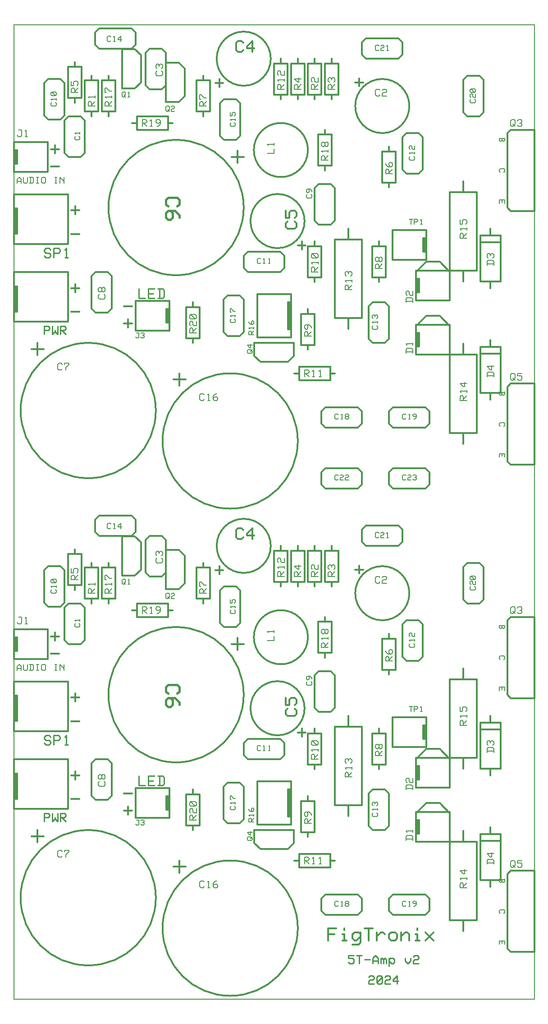
<source format=gto>
G04*
G04 Format:               Gerber RS-274X*
G04 Layer:                TopSilkscreen*
G04 This File Name:       5 T-Amp - Stereo.gto*
G04 Source File Name:     5 T-Amp - Stereo.pcb*
G04 Unique ID:            d56d88e7-26f9-4dda-b3b1-e3405f52b982*
G04 Generated Date:       Sunday, 02 June 2024 19:37:13*
G04*
G04 Created Using:        Robot Room Copper Connection v2.7.5443*
G04 Software Contact:     http://www.robotroom.com/CopperConnection/Support.aspx*
G04 License Number:       1685*
G04 Student Edition:      true*
G04*
G04 Zero Suppression:     Leading*
G04 Number Precision:     2.4*
G04*
%FSLAX24Y24*%
%MOIN*%
%LNTopSilkscreen*%
%ADD10C,.006*%
%ADD11C,.0062*%
%ADD12C,.0071*%
%ADD13C,.0079*%
%ADD14C,.0094*%
%ADD15C,.0109*%
%ADD16C,.012*%
%ADD17C,.0126*%
%ADD18C,.0141*%
%ADD19C,.0156*%
%ADD20C,.056*%
%ADD21C,.075*%
%ADD22C,.08*%
%ADD23C,.1*%
%ADD24C,.13*%
%ADD25C,.14*%
%ADD26C,.15*%
%ADD27R,.006X.006*%
%ADD28R,.075X.075*%
%ADD29R,.08X.08*%
%ADD30R,.13X.13*%
%ADD31R,.14X.14*%
%ADD32R,.15X.15*%
%ADD33R,.25X.25*%
D10*
G01X36300Y44900D02*
Y44709D01*
X36236Y44645D01*
X36173D01*
X36109Y44709D01*
Y44836D01*
Y44709D02*
X36045Y44645D01*
X35981D01*
X35918Y44709D01*
Y44900D01*
X36300Y44836D02*
X35918D01*
X35981Y42350D02*
X35918Y42414D01*
Y42541D01*
X35981Y42605D01*
X36236D01*
X36300Y42541D01*
Y42414D01*
X36236Y42350D01*
X35918Y40055D02*
Y40310D01*
X36109D01*
X36300D01*
Y40055D01*
X36109Y40310D02*
Y40119D01*
X36300Y63650D02*
Y63459D01*
X36236Y63395D01*
X36173D01*
X36109Y63459D01*
Y63586D01*
Y63459D02*
X36045Y63395D01*
X35981D01*
X35918Y63459D01*
Y63650D01*
X36300Y63586D02*
X35918D01*
X35981Y61100D02*
X35918Y61164D01*
Y61291D01*
X35981Y61355D01*
X36236D01*
X36300Y61291D01*
Y61164D01*
X36236Y61100D01*
X35918Y58805D02*
Y59060D01*
X36109D01*
X36300D01*
Y58805D01*
X36109Y59060D02*
Y58869D01*
X36300Y8900D02*
Y8709D01*
X36236Y8645D01*
X36173D01*
X36109Y8709D01*
Y8836D01*
Y8709D02*
X36045Y8645D01*
X35981D01*
X35918Y8709D01*
Y8900D01*
X36300Y8836D02*
X35918D01*
X35981Y6350D02*
X35918Y6414D01*
Y6541D01*
X35981Y6605D01*
X36236D01*
X36300Y6541D01*
Y6414D01*
X36236Y6350D01*
X35918Y4055D02*
Y4310D01*
X36109D01*
X36300D01*
Y4055D01*
X36109Y4310D02*
Y4119D01*
X36300Y27650D02*
Y27459D01*
X36236Y27395D01*
X36173D01*
X36109Y27459D01*
Y27586D01*
Y27459D02*
X36045Y27395D01*
X35981D01*
X35918Y27459D01*
Y27650D01*
X36300Y27586D02*
X35918D01*
X35981Y25100D02*
X35918Y25164D01*
Y25291D01*
X35981Y25355D01*
X36236D01*
X36300Y25291D01*
Y25164D01*
X36236Y25100D01*
X35918Y22805D02*
Y23060D01*
X36109D01*
X36300D01*
Y22805D01*
X36109Y23060D02*
Y22869D01*
X17370Y49100D02*
X17752D01*
X17370D02*
Y49291D01*
X17434Y49355D01*
X17497D01*
X17561Y49291D01*
Y49100D01*
Y49164D02*
X17752Y49355D01*
X17434Y49546D02*
X17370Y49610D01*
X17752D01*
Y49546D02*
Y49674D01*
X17625Y49865D02*
X17561Y49929D01*
Y50056D01*
X17625Y50120D01*
X17689D01*
X17752Y50056D01*
Y49929D01*
X17689Y49865D01*
X17625D01*
X17497D01*
X17370Y49992D01*
Y50056D01*
X4819Y63755D02*
X4883Y63691D01*
Y63564D01*
X4819Y63500D01*
X4564D01*
X4500Y63564D01*
Y63691D01*
X4564Y63755D01*
Y63946D02*
X4500Y64010D01*
X4883D01*
Y63946D02*
Y64074D01*
X3069Y66255D02*
X3132Y66191D01*
Y66064D01*
X3069Y66000D01*
X2814D01*
X2750Y66064D01*
Y66191D01*
X2814Y66255D01*
Y66446D02*
X2750Y66510D01*
X3132D01*
Y66446D02*
Y66574D01*
X3069Y66765D02*
X2814D01*
X2750Y66829D01*
Y66956D01*
X2814Y67020D01*
X3069D01*
X3132Y66956D01*
Y66829D01*
X3069Y66765D01*
X2814Y67020D02*
X3069Y66765D01*
X18255Y54431D02*
X18191Y54367D01*
X18064D01*
X18000Y54431D01*
Y54686D01*
X18064Y54750D01*
X18191D01*
X18255Y54686D01*
X18446D02*
X18510Y54750D01*
Y54367D01*
X18446D02*
X18574D01*
X18829Y54686D02*
X18892Y54750D01*
Y54367D01*
X18829D02*
X18956D01*
X16319Y64755D02*
X16383Y64691D01*
Y64564D01*
X16319Y64500D01*
X16064D01*
X16000Y64564D01*
Y64691D01*
X16064Y64755D01*
Y64946D02*
X16000Y65010D01*
X16383D01*
Y64946D02*
Y65074D01*
X16128Y65265D02*
X16000D01*
Y65520D01*
X16128Y65265D02*
Y65456D01*
X16191Y65520D01*
X16319D01*
X16383Y65456D01*
Y65329D01*
X16319Y65265D01*
X29240Y57640D02*
X29495D01*
X29368D02*
Y57258D01*
X29623Y57640D02*
Y57258D01*
Y57640D02*
X29814D01*
X29878Y57576D01*
Y57512D01*
X29814Y57449D01*
X29623D01*
X30069Y57576D02*
X30133Y57640D01*
Y57258D01*
X30069D02*
X30196D01*
X17579Y47750D02*
X17387D01*
X17324D01*
X17260Y47814D01*
Y47941D01*
X17324Y48005D01*
X17515D01*
X17642Y47877D01*
Y47814D01*
X17579Y47750D01*
X17515Y47877D02*
X17642Y48005D01*
X17515Y48387D02*
Y48132D01*
X17451D01*
X17260Y48324D01*
X17642D01*
X16319Y50255D02*
X16383Y50191D01*
Y50064D01*
X16319Y50000D01*
X16064D01*
X16000Y50064D01*
Y50191D01*
X16064Y50255D01*
Y50446D02*
X16000Y50510D01*
X16383D01*
Y50446D02*
Y50574D01*
X16064Y50765D02*
X16000D01*
Y51020D01*
X16064D01*
X16255Y50829D01*
X16383D01*
X24005Y42931D02*
X23941Y42868D01*
X23814D01*
X23750Y42931D01*
Y43186D01*
X23814Y43250D01*
X23941D01*
X24005Y43186D01*
X24196D02*
X24260Y43250D01*
Y42868D01*
X24196D02*
X24324D01*
X24579Y43059D02*
X24515Y43123D01*
Y43186D01*
X24579Y43250D01*
X24706D01*
X24770Y43186D01*
Y43123D01*
X24706Y43059D01*
X24579D01*
X24706D02*
X24770Y42995D01*
Y42931D01*
X24706Y42868D01*
X24579D01*
X24515Y42931D01*
Y42995D01*
X24579Y43059D01*
X29005Y42931D02*
X28941Y42868D01*
X28814D01*
X28750Y42931D01*
Y43186D01*
X28814Y43250D01*
X28941D01*
X29005Y43186D01*
X29196D02*
X29260Y43250D01*
Y42868D01*
X29196D02*
X29324D01*
X29770Y43123D02*
X29706Y43059D01*
X29579D01*
X29515Y43123D01*
Y43186D01*
X29579Y43250D01*
X29706D01*
X29770Y43186D01*
Y42995D01*
X29642Y42868D01*
X29579D01*
X34069Y66505D02*
X34132Y66441D01*
Y66314D01*
X34069Y66250D01*
X33814D01*
X33750Y66314D01*
Y66441D01*
X33814Y66505D01*
Y66633D02*
X33750Y66696D01*
Y66824D01*
X33814Y66887D01*
X33877D01*
X33941Y66824D01*
Y66696D01*
X34005Y66633D01*
X34132D01*
Y66887D01*
X34069Y67015D02*
X33814D01*
X33750Y67079D01*
Y67206D01*
X33814Y67270D01*
X34069D01*
X34132Y67206D01*
Y67079D01*
X34069Y67015D01*
X33814Y67270D02*
X34069Y67015D01*
X27005Y70181D02*
X26941Y70118D01*
X26814D01*
X26750Y70181D01*
Y70436D01*
X26814Y70500D01*
X26941D01*
X27005Y70436D01*
X27132D02*
X27196Y70500D01*
X27324D01*
X27387Y70436D01*
Y70373D01*
X27324Y70309D01*
X27196D01*
X27132Y70245D01*
Y70118D01*
X27387D01*
X27579Y70436D02*
X27642Y70500D01*
Y70118D01*
X27579D02*
X27706D01*
X9064Y49250D02*
X9255D01*
Y48931D01*
X9191Y48868D01*
X9064D01*
X9000Y48931D01*
X9382Y49186D02*
X9446Y49250D01*
X9574D01*
X9637Y49186D01*
Y49123D01*
X9574Y49059D01*
X9510D01*
X9574D02*
X9637Y48995D01*
Y48931D01*
X9574Y48868D01*
X9446D01*
X9382Y48931D01*
X17370Y13100D02*
X17752D01*
X17370D02*
Y13291D01*
X17434Y13355D01*
X17497D01*
X17561Y13291D01*
Y13100D01*
Y13164D02*
X17752Y13355D01*
X17434Y13546D02*
X17370Y13610D01*
X17752D01*
Y13546D02*
Y13674D01*
X17625Y13865D02*
X17561Y13929D01*
Y14056D01*
X17625Y14120D01*
X17689D01*
X17752Y14056D01*
Y13929D01*
X17689Y13865D01*
X17625D01*
X17497D01*
X17370Y13992D01*
Y14056D01*
X8000Y66731D02*
Y66923D01*
Y66986D01*
X8064Y67050D01*
X8191D01*
X8255Y66986D01*
Y66795D01*
X8128Y66667D01*
X8064D01*
X8000Y66731D01*
X8128Y66795D02*
X8255Y66667D01*
X8446Y66986D02*
X8510Y67050D01*
Y66667D01*
X8446D02*
X8574D01*
X11250Y65681D02*
Y65873D01*
Y65936D01*
X11314Y66000D01*
X11441D01*
X11505Y65936D01*
Y65745D01*
X11377Y65618D01*
X11314D01*
X11250Y65681D01*
X11377Y65745D02*
X11505Y65618D01*
X11632Y65936D02*
X11696Y66000D01*
X11824D01*
X11887Y65936D01*
Y65873D01*
X11824Y65809D01*
X11696D01*
X11632Y65745D01*
Y65618D01*
X11887D01*
X17579Y11750D02*
X17387D01*
X17324D01*
X17260Y11814D01*
Y11941D01*
X17324Y12005D01*
X17515D01*
X17642Y11877D01*
Y11814D01*
X17579Y11750D01*
X17515Y11877D02*
X17642Y12005D01*
X17515Y12387D02*
Y12132D01*
X17451D01*
X17260Y12324D01*
X17642D01*
X4819Y27755D02*
X4883Y27691D01*
Y27564D01*
X4819Y27500D01*
X4564D01*
X4500Y27564D01*
Y27691D01*
X4564Y27755D01*
Y27946D02*
X4500Y28010D01*
X4883D01*
Y27946D02*
Y28074D01*
X3069Y30255D02*
X3132Y30191D01*
Y30064D01*
X3069Y30000D01*
X2814D01*
X2750Y30064D01*
Y30191D01*
X2814Y30255D01*
Y30446D02*
X2750Y30510D01*
X3132D01*
Y30446D02*
Y30574D01*
X3069Y30765D02*
X2814D01*
X2750Y30829D01*
Y30956D01*
X2814Y31020D01*
X3069D01*
X3132Y30956D01*
Y30829D01*
X3069Y30765D01*
X2814Y31020D02*
X3069Y30765D01*
X18255Y18431D02*
X18191Y18367D01*
X18064D01*
X18000Y18431D01*
Y18686D01*
X18064Y18750D01*
X18191D01*
X18255Y18686D01*
X18446D02*
X18510Y18750D01*
Y18367D01*
X18446D02*
X18574D01*
X18829Y18686D02*
X18892Y18750D01*
Y18367D01*
X18829D02*
X18956D01*
X16319Y28755D02*
X16383Y28691D01*
Y28564D01*
X16319Y28500D01*
X16064D01*
X16000Y28564D01*
Y28691D01*
X16064Y28755D01*
Y28946D02*
X16000Y29010D01*
X16383D01*
Y28946D02*
Y29074D01*
X16128Y29265D02*
X16000D01*
Y29520D01*
X16128Y29265D02*
Y29456D01*
X16191Y29520D01*
X16319D01*
X16383Y29456D01*
Y29329D01*
X16319Y29265D01*
X29240Y21640D02*
X29495D01*
X29368D02*
Y21258D01*
X29623Y21640D02*
Y21258D01*
Y21640D02*
X29814D01*
X29878Y21576D01*
Y21513D01*
X29814Y21449D01*
X29623D01*
X30069Y21576D02*
X30133Y21640D01*
Y21258D01*
X30069D02*
X30196D01*
X8000Y30731D02*
Y30923D01*
Y30986D01*
X8064Y31050D01*
X8191D01*
X8255Y30986D01*
Y30795D01*
X8128Y30668D01*
X8064D01*
X8000Y30731D01*
X8128Y30795D02*
X8255Y30668D01*
X8446Y30986D02*
X8510Y31050D01*
Y30668D01*
X8446D02*
X8574D01*
X11250Y29681D02*
Y29872D01*
Y29936D01*
X11314Y30000D01*
X11441D01*
X11505Y29936D01*
Y29745D01*
X11377Y29617D01*
X11314D01*
X11250Y29681D01*
X11377Y29745D02*
X11505Y29617D01*
X11632Y29936D02*
X11696Y30000D01*
X11824D01*
X11887Y29936D01*
Y29872D01*
X11824Y29809D01*
X11696D01*
X11632Y29745D01*
Y29617D01*
X11887D01*
X16319Y14255D02*
X16383Y14191D01*
Y14064D01*
X16319Y14000D01*
X16064D01*
X16000Y14064D01*
Y14191D01*
X16064Y14255D01*
Y14446D02*
X16000Y14510D01*
X16383D01*
Y14446D02*
Y14574D01*
X16064Y14765D02*
X16000D01*
Y15020D01*
X16064D01*
X16255Y14829D01*
X16383D01*
X24005Y6931D02*
X23941Y6868D01*
X23814D01*
X23750Y6931D01*
Y7186D01*
X23814Y7250D01*
X23941D01*
X24005Y7186D01*
X24196D02*
X24260Y7250D01*
Y6868D01*
X24196D02*
X24324D01*
X24579Y7059D02*
X24515Y7123D01*
Y7186D01*
X24579Y7250D01*
X24706D01*
X24770Y7186D01*
Y7123D01*
X24706Y7059D01*
X24579D01*
X24706D02*
X24770Y6995D01*
Y6931D01*
X24706Y6868D01*
X24579D01*
X24515Y6931D01*
Y6995D01*
X24579Y7059D01*
X29005Y6931D02*
X28941Y6868D01*
X28814D01*
X28750Y6931D01*
Y7186D01*
X28814Y7250D01*
X28941D01*
X29005Y7186D01*
X29196D02*
X29260Y7250D01*
Y6868D01*
X29196D02*
X29324D01*
X29770Y7123D02*
X29706Y7059D01*
X29579D01*
X29515Y7123D01*
Y7186D01*
X29579Y7250D01*
X29706D01*
X29770Y7186D01*
Y6995D01*
X29642Y6868D01*
X29579D01*
X34069Y30505D02*
X34132Y30441D01*
Y30314D01*
X34069Y30250D01*
X33814D01*
X33750Y30314D01*
Y30441D01*
X33814Y30505D01*
Y30633D02*
X33750Y30696D01*
Y30824D01*
X33814Y30888D01*
X33877D01*
X33941Y30824D01*
Y30696D01*
X34005Y30633D01*
X34132D01*
Y30888D01*
X34069Y31015D02*
X33814D01*
X33750Y31079D01*
Y31206D01*
X33814Y31270D01*
X34069D01*
X34132Y31206D01*
Y31079D01*
X34069Y31015D01*
X33814Y31270D02*
X34069Y31015D01*
X27005Y34181D02*
X26941Y34118D01*
X26814D01*
X26750Y34181D01*
Y34436D01*
X26814Y34500D01*
X26941D01*
X27005Y34436D01*
X27132D02*
X27196Y34500D01*
X27324D01*
X27387Y34436D01*
Y34373D01*
X27324Y34309D01*
X27196D01*
X27132Y34245D01*
Y34118D01*
X27387D01*
X27579Y34436D02*
X27642Y34500D01*
Y34118D01*
X27579D02*
X27706D01*
X9064Y13250D02*
X9255D01*
Y12931D01*
X9191Y12868D01*
X9064D01*
X9000Y12931D01*
X9382Y13186D02*
X9446Y13250D01*
X9574D01*
X9637Y13186D01*
Y13123D01*
X9574Y13059D01*
X9510D01*
X9574D02*
X9637Y12995D01*
Y12931D01*
X9574Y12868D01*
X9446D01*
X9382Y12931D01*
X24005Y38431D02*
X23941Y38367D01*
X23814D01*
X23750Y38431D01*
Y38686D01*
X23814Y38750D01*
X23941D01*
X24005Y38686D01*
X24132D02*
X24196Y38750D01*
X24324D01*
X24387Y38686D01*
Y38622D01*
X24324Y38559D01*
X24196D01*
X24132Y38495D01*
Y38367D01*
X24387D01*
X24515Y38686D02*
X24579Y38750D01*
X24706D01*
X24770Y38686D01*
Y38622D01*
X24706Y38559D01*
X24579D01*
X24515Y38495D01*
Y38367D01*
X24770D01*
X29005Y38431D02*
X28941Y38367D01*
X28814D01*
X28750Y38431D01*
Y38686D01*
X28814Y38750D01*
X28941D01*
X29005Y38686D01*
X29132D02*
X29196Y38750D01*
X29324D01*
X29387Y38686D01*
Y38622D01*
X29324Y38559D01*
X29196D01*
X29132Y38495D01*
Y38367D01*
X29387D01*
X29515Y38686D02*
X29579Y38750D01*
X29706D01*
X29770Y38686D01*
Y38622D01*
X29706Y38559D01*
X29642D01*
X29706D02*
X29770Y38495D01*
Y38431D01*
X29706Y38367D01*
X29579D01*
X29515Y38431D01*
D11*
X29581Y62265D02*
X29647Y62199D01*
Y62066D01*
X29581Y62000D01*
X29316D01*
X29250Y62066D01*
Y62199D01*
X29316Y62265D01*
Y62464D02*
X29250Y62530D01*
X29647D01*
Y62464D02*
Y62596D01*
X29316Y62795D02*
X29250Y62861D01*
Y62994D01*
X29316Y63060D01*
X29382D01*
X29449Y62994D01*
Y62861D01*
X29515Y62795D01*
X29647D01*
Y63060D01*
X26831Y49765D02*
X26898Y49699D01*
Y49566D01*
X26831Y49500D01*
X26566D01*
X26500Y49566D01*
Y49699D01*
X26566Y49765D01*
Y49964D02*
X26500Y50030D01*
X26898D01*
Y49964D02*
Y50096D01*
X26566Y50295D02*
X26500Y50361D01*
Y50494D01*
X26566Y50560D01*
X26632D01*
X26699Y50494D01*
Y50427D01*
Y50494D02*
X26765Y50560D01*
X26831D01*
X26898Y50494D01*
Y50361D01*
X26831Y50295D01*
X21971Y59465D02*
X22037Y59399D01*
Y59266D01*
X21971Y59200D01*
X21706D01*
X21640Y59266D01*
Y59399D01*
X21706Y59465D01*
X21773Y59863D02*
X21839Y59796D01*
Y59664D01*
X21773Y59598D01*
X21706D01*
X21640Y59664D01*
Y59796D01*
X21706Y59863D01*
X21905D01*
X22037Y59730D01*
Y59664D01*
X7185Y70829D02*
X7119Y70762D01*
X6986D01*
X6920Y70829D01*
Y71094D01*
X6986Y71160D01*
X7119D01*
X7185Y71094D01*
X7384D02*
X7450Y71160D01*
Y70762D01*
X7384D02*
X7516D01*
X7980Y70895D02*
X7715D01*
Y70961D01*
X7914Y71160D01*
Y70762D01*
X29581Y26265D02*
X29647Y26199D01*
Y26066D01*
X29581Y26000D01*
X29316D01*
X29250Y26066D01*
Y26199D01*
X29316Y26265D01*
Y26464D02*
X29250Y26530D01*
X29647D01*
Y26464D02*
Y26596D01*
X29316Y26795D02*
X29250Y26861D01*
Y26994D01*
X29316Y27060D01*
X29382D01*
X29449Y26994D01*
Y26861D01*
X29515Y26795D01*
X29647D01*
Y27060D01*
X26831Y13765D02*
X26898Y13699D01*
Y13566D01*
X26831Y13500D01*
X26566D01*
X26500Y13566D01*
Y13699D01*
X26566Y13765D01*
Y13964D02*
X26500Y14030D01*
X26898D01*
Y13964D02*
Y14096D01*
X26566Y14295D02*
X26500Y14361D01*
Y14494D01*
X26566Y14560D01*
X26632D01*
X26699Y14494D01*
Y14427D01*
Y14494D02*
X26765Y14560D01*
X26831D01*
X26898Y14494D01*
Y14361D01*
X26831Y14295D01*
X21971Y23465D02*
X22037Y23399D01*
Y23266D01*
X21971Y23200D01*
X21706D01*
X21640Y23266D01*
Y23399D01*
X21706Y23465D01*
X21773Y23863D02*
X21839Y23796D01*
Y23664D01*
X21773Y23597D01*
X21706D01*
X21640Y23664D01*
Y23796D01*
X21706Y23863D01*
X21905D01*
X22037Y23730D01*
Y23664D01*
X7185Y34829D02*
X7119Y34762D01*
X6986D01*
X6920Y34829D01*
Y35094D01*
X6986Y35160D01*
X7119D01*
X7185Y35094D01*
X7384D02*
X7450Y35160D01*
Y34762D01*
X7384D02*
X7516D01*
X7980Y34895D02*
X7715D01*
Y34961D01*
X7914Y35160D01*
Y34762D01*
D12*
X250Y60300D02*
Y60600D01*
X400Y60750D01*
X550Y60600D01*
Y60300D01*
X250Y60450D02*
X550D01*
X1000Y60750D02*
Y60375D01*
X925Y60300D01*
X775D01*
X700Y60375D01*
Y60750D01*
X1150D02*
X1375D01*
X1450Y60675D01*
Y60375D01*
X1375Y60300D01*
X1150D01*
X1225Y60750D02*
Y60300D01*
X1675Y60750D02*
X1825D01*
X1750D02*
Y60300D01*
X1675D02*
X1825D01*
X2050Y60375D02*
Y60675D01*
X2125Y60750D01*
X2275D01*
X2350Y60675D01*
Y60375D01*
X2275Y60300D01*
X2125D01*
X2050Y60375D01*
X3025Y60750D02*
X3175D01*
X3100D02*
Y60300D01*
X3025D02*
X3175D01*
X3400D02*
Y60750D01*
X3700Y60450D01*
Y60750D02*
Y60300D01*
X250Y24300D02*
Y24600D01*
X400Y24750D01*
X550Y24600D01*
Y24300D01*
X250Y24450D02*
X550D01*
X1000Y24750D02*
Y24375D01*
X925Y24300D01*
X775D01*
X700Y24375D01*
Y24750D01*
X1150D02*
X1375D01*
X1450Y24675D01*
Y24375D01*
X1375Y24300D01*
X1150D01*
X1225Y24750D02*
Y24300D01*
X1675Y24750D02*
X1825D01*
X1750D02*
Y24300D01*
X1675D02*
X1825D01*
X2050Y24375D02*
Y24675D01*
X2125Y24750D01*
X2275D01*
X2350Y24675D01*
Y24375D01*
X2275Y24300D01*
X2125D01*
X2050Y24375D01*
X3025Y24750D02*
X3175D01*
X3100D02*
Y24300D01*
X3025D02*
X3175D01*
X3400D02*
Y24750D01*
X3700Y24450D01*
Y24750D02*
Y24300D01*
D13*
X36750Y45831D02*
Y46083D01*
Y46166D01*
X36834Y46250D01*
X37001D01*
X37085Y46166D01*
Y45915D01*
X36917Y45747D01*
X36834D01*
X36750Y45831D01*
X36917Y45915D02*
X37085Y45747D01*
X37252Y46083D02*
Y46250D01*
X37587D01*
X37252Y46083D02*
X37504D01*
X37587Y45999D01*
Y45831D01*
X37504Y45747D01*
X37336D01*
X37252Y45831D01*
X29000Y47750D02*
Y48001D01*
X29084Y48085D01*
X29419D01*
X29502Y48001D01*
Y47750D01*
X29000Y47834D02*
X29502D01*
X29084Y48336D02*
X29000Y48420D01*
X29502D01*
Y48336D02*
Y48504D01*
X33000Y44250D02*
X33502D01*
X33000D02*
Y44501D01*
X33084Y44585D01*
X33167D01*
X33251Y44501D01*
Y44250D01*
Y44334D02*
X33502Y44585D01*
X33084Y44836D02*
X33000Y44920D01*
X33502D01*
Y44836D02*
Y45004D01*
X33335Y45590D02*
Y45255D01*
X33251D01*
X33000Y45506D01*
X33502D01*
X33000Y56250D02*
X33502D01*
X33000D02*
Y56501D01*
X33084Y56585D01*
X33167D01*
X33251Y56501D01*
Y56250D01*
Y56334D02*
X33502Y56585D01*
X33084Y56836D02*
X33000Y56920D01*
X33502D01*
Y56836D02*
Y57004D01*
X33167Y57255D02*
X33000D01*
Y57590D01*
X33167Y57255D02*
Y57506D01*
X33251Y57590D01*
X33419D01*
X33502Y57506D01*
Y57339D01*
X33419Y57255D01*
X24500Y52430D02*
X25003D01*
X24500D02*
Y52681D01*
X24584Y52765D01*
X24667D01*
X24751Y52681D01*
Y52430D01*
Y52514D02*
X25003Y52765D01*
X24584Y53016D02*
X24500Y53100D01*
X25003D01*
Y53016D02*
Y53184D01*
X24584Y53435D02*
X24500Y53519D01*
Y53686D01*
X24584Y53770D01*
X24667D01*
X24751Y53686D01*
Y53603D01*
Y53686D02*
X24835Y53770D01*
X24919D01*
X25003Y53686D01*
Y53519D01*
X24919Y53435D01*
X5500Y66000D02*
X6003D01*
X5500D02*
Y66251D01*
X5584Y66335D01*
X5668D01*
X5751Y66251D01*
Y66000D01*
Y66084D02*
X6003Y66335D01*
X5584Y66586D02*
X5500Y66670D01*
X6003D01*
Y66586D02*
Y66754D01*
X334Y64250D02*
X585D01*
Y63831D01*
X501Y63748D01*
X334D01*
X250Y63831D01*
X836Y64166D02*
X920Y64250D01*
Y63748D01*
X836D02*
X1004D01*
X6750Y66000D02*
X7253D01*
X6750D02*
Y66251D01*
X6834Y66335D01*
X6918D01*
X7001Y66251D01*
Y66000D01*
Y66084D02*
X7253Y66335D01*
X6834Y66586D02*
X6750Y66670D01*
X7253D01*
Y66586D02*
Y66754D01*
X6834Y67005D02*
X6750D01*
Y67340D01*
X6834D01*
X7085Y67089D01*
X7253D01*
X22000Y67250D02*
X22503D01*
X22000D02*
Y67501D01*
X22084Y67585D01*
X22167D01*
X22251Y67501D01*
Y67250D01*
Y67334D02*
X22503Y67585D01*
X22084Y67753D02*
X22000Y67836D01*
Y68004D01*
X22084Y68088D01*
X22167D01*
X22251Y68004D01*
Y67836D01*
X22335Y67753D01*
X22503D01*
Y68088D01*
X23250Y67250D02*
X23753D01*
X23250D02*
Y67501D01*
X23334Y67585D01*
X23417D01*
X23501Y67501D01*
Y67250D01*
Y67334D02*
X23753Y67585D01*
X23334Y67753D02*
X23250Y67836D01*
Y68004D01*
X23334Y68088D01*
X23417D01*
X23501Y68004D01*
Y67920D01*
Y68004D02*
X23585Y68088D01*
X23669D01*
X23753Y68004D01*
Y67836D01*
X23669Y67753D01*
X20750Y67250D02*
X21253D01*
X20750D02*
Y67501D01*
X20834Y67585D01*
X20917D01*
X21001Y67501D01*
Y67250D01*
Y67334D02*
X21253Y67585D01*
X21085Y68088D02*
Y67753D01*
X21001D01*
X20750Y68004D01*
X21253D01*
X27500Y61000D02*
X28003D01*
X27500D02*
Y61251D01*
X27584Y61335D01*
X27668D01*
X27751Y61251D01*
Y61000D01*
Y61084D02*
X28003Y61335D01*
X27835Y61502D02*
X27751Y61586D01*
Y61754D01*
X27835Y61838D01*
X27919D01*
X28003Y61754D01*
Y61586D01*
X27919Y61502D01*
X27835D01*
X27668D01*
X27500Y61670D01*
Y61754D01*
X26750Y54000D02*
X27252D01*
X26750D02*
Y54251D01*
X26834Y54335D01*
X26917D01*
X27001Y54251D01*
Y54000D01*
Y54084D02*
X27252Y54335D01*
X27001Y54586D02*
X26917Y54503D01*
X26834D01*
X26750Y54586D01*
Y54754D01*
X26834Y54838D01*
X26917D01*
X27001Y54754D01*
Y54586D01*
Y54754D02*
X27085Y54838D01*
X27169D01*
X27252Y54754D01*
Y54586D01*
X27169Y54503D01*
X27085D01*
X27001Y54586D01*
X21500Y49000D02*
X22002D01*
X21500D02*
Y49251D01*
X21584Y49335D01*
X21667D01*
X21751Y49251D01*
Y49000D01*
Y49084D02*
X22002Y49335D01*
X21667Y49838D02*
X21751Y49754D01*
Y49586D01*
X21667Y49503D01*
X21584D01*
X21500Y49586D01*
Y49754D01*
X21584Y49838D01*
X21835D01*
X22002Y49670D01*
Y49586D01*
X21500Y46500D02*
Y45997D01*
Y46500D02*
X21751D01*
X21835Y46416D01*
Y46332D01*
X21751Y46249D01*
X21500D01*
X21584D02*
X21835Y45997D01*
X22086Y46416D02*
X22170Y46500D01*
Y45997D01*
X22086D02*
X22254D01*
X22589Y46416D02*
X22673Y46500D01*
Y45997D01*
X22589D02*
X22756D01*
X19500Y67250D02*
X20003D01*
X19500D02*
Y67501D01*
X19584Y67585D01*
X19667D01*
X19751Y67501D01*
Y67250D01*
Y67334D02*
X20003Y67585D01*
X19584Y67836D02*
X19500Y67920D01*
X20003D01*
Y67836D02*
Y68004D01*
X19584Y68255D02*
X19500Y68339D01*
Y68506D01*
X19584Y68590D01*
X19667D01*
X19751Y68506D01*
Y68339D01*
X19835Y68255D01*
X20003D01*
Y68590D01*
X22750Y62000D02*
X23252D01*
X22750D02*
Y62251D01*
X22834Y62335D01*
X22917D01*
X23001Y62251D01*
Y62000D01*
Y62084D02*
X23252Y62335D01*
X22834Y62586D02*
X22750Y62670D01*
X23252D01*
Y62586D02*
Y62754D01*
X23001Y63089D02*
X22917Y63005D01*
X22834D01*
X22750Y63089D01*
Y63256D01*
X22834Y63340D01*
X22917D01*
X23001Y63256D01*
Y63089D01*
Y63256D02*
X23085Y63340D01*
X23169D01*
X23252Y63256D01*
Y63089D01*
X23169Y63005D01*
X23085D01*
X23001Y63089D01*
X4250Y67000D02*
X4753D01*
X4250D02*
Y67251D01*
X4334Y67335D01*
X4418D01*
X4501Y67251D01*
Y67000D01*
Y67084D02*
X4753Y67335D01*
X4418Y67503D02*
X4250D01*
Y67838D01*
X4418Y67503D02*
Y67754D01*
X4501Y67838D01*
X4669D01*
X4753Y67754D01*
Y67586D01*
X4669Y67503D01*
X13750Y66000D02*
X14253D01*
X13750D02*
Y66251D01*
X13834Y66335D01*
X13918D01*
X14001Y66251D01*
Y66000D01*
Y66084D02*
X14253Y66335D01*
X13834Y66503D02*
X13750D01*
Y66838D01*
X13834D01*
X14085Y66586D01*
X14253D01*
X9500Y65000D02*
Y64498D01*
Y65000D02*
X9751D01*
X9835Y64916D01*
Y64833D01*
X9751Y64749D01*
X9500D01*
X9584D02*
X9835Y64498D01*
X10086Y64916D02*
X10170Y65000D01*
Y64498D01*
X10086D02*
X10254D01*
X10840Y64833D02*
X10756Y64749D01*
X10589D01*
X10505Y64833D01*
Y64916D01*
X10589Y65000D01*
X10756D01*
X10840Y64916D01*
Y64665D01*
X10672Y64498D01*
X10589D01*
X10919Y68585D02*
X11003Y68501D01*
Y68334D01*
X10919Y68250D01*
X10584D01*
X10500Y68334D01*
Y68501D01*
X10584Y68585D01*
Y68752D02*
X10500Y68836D01*
Y69004D01*
X10584Y69087D01*
X10668D01*
X10751Y69004D01*
Y68920D01*
Y69004D02*
X10835Y69087D01*
X10919D01*
X11003Y69004D01*
Y68836D01*
X10919Y68752D01*
X27085Y66831D02*
X27001Y66748D01*
X26834D01*
X26750Y66831D01*
Y67166D01*
X26834Y67250D01*
X27001D01*
X27085Y67166D01*
X27252D02*
X27336Y67250D01*
X27504D01*
X27587Y67166D01*
Y67082D01*
X27504Y66999D01*
X27336D01*
X27252Y66915D01*
Y66748D01*
X27587D01*
X19253Y62835D02*
Y62500D01*
X18750D01*
X18834Y63086D02*
X18750Y63170D01*
X19253D01*
Y63086D02*
Y63254D01*
X6669Y52085D02*
X6752Y52001D01*
Y51834D01*
X6669Y51750D01*
X6334D01*
X6250Y51834D01*
Y52001D01*
X6334Y52085D01*
X6501Y52336D02*
X6418Y52253D01*
X6334D01*
X6250Y52336D01*
Y52504D01*
X6334Y52588D01*
X6418D01*
X6501Y52504D01*
Y52336D01*
Y52504D02*
X6585Y52588D01*
X6669D01*
X6752Y52504D01*
Y52336D01*
X6669Y52253D01*
X6585D01*
X6501Y52336D01*
X22000Y53750D02*
X22503D01*
X22000D02*
Y54001D01*
X22084Y54085D01*
X22167D01*
X22251Y54001D01*
Y53750D01*
Y53834D02*
X22503Y54085D01*
X22084Y54336D02*
X22000Y54420D01*
X22503D01*
Y54336D02*
Y54504D01*
X22419Y54755D02*
X22084D01*
X22000Y54839D01*
Y55006D01*
X22084Y55090D01*
X22419D01*
X22503Y55006D01*
Y54839D01*
X22419Y54755D01*
X22084Y55090D02*
X22419Y54755D01*
X14085Y44331D02*
X14001Y44247D01*
X13834D01*
X13750Y44331D01*
Y44666D01*
X13834Y44750D01*
X14001D01*
X14085Y44666D01*
X14336D02*
X14420Y44750D01*
Y44247D01*
X14336D02*
X14504D01*
X14755Y44415D02*
X14839Y44499D01*
X15006D01*
X15090Y44415D01*
Y44331D01*
X15006Y44247D01*
X14839D01*
X14755Y44331D01*
Y44415D01*
Y44582D01*
X14923Y44750D01*
X15006D01*
X13000Y49250D02*
X13503D01*
X13000D02*
Y49501D01*
X13084Y49585D01*
X13168D01*
X13251Y49501D01*
Y49250D01*
Y49334D02*
X13503Y49585D01*
X13084Y49753D02*
X13000Y49836D01*
Y50004D01*
X13084Y50088D01*
X13168D01*
X13251Y50004D01*
Y49836D01*
X13335Y49753D01*
X13503D01*
Y50088D01*
X13419Y50255D02*
X13084D01*
X13000Y50339D01*
Y50506D01*
X13084Y50590D01*
X13419D01*
X13503Y50506D01*
Y50339D01*
X13419Y50255D01*
X13084Y50590D02*
X13419Y50255D01*
X29000Y51500D02*
Y51751D01*
X29084Y51835D01*
X29419D01*
X29502Y51751D01*
Y51500D01*
X29000Y51584D02*
X29502D01*
X29084Y52003D02*
X29000Y52086D01*
Y52254D01*
X29084Y52338D01*
X29167D01*
X29251Y52254D01*
Y52086D01*
X29335Y52003D01*
X29502D01*
Y52338D01*
X36750Y64581D02*
Y64833D01*
Y64916D01*
X36834Y65000D01*
X37001D01*
X37085Y64916D01*
Y64665D01*
X36917Y64498D01*
X36834D01*
X36750Y64581D01*
X36917Y64665D02*
X37085Y64498D01*
X37252Y64916D02*
X37336Y65000D01*
X37504D01*
X37587Y64916D01*
Y64833D01*
X37504Y64749D01*
X37420D01*
X37504D02*
X37587Y64665D01*
Y64581D01*
X37504Y64498D01*
X37336D01*
X37252Y64581D01*
X35000Y10000D02*
Y10251D01*
X35084Y10335D01*
X35419D01*
X35503Y10251D01*
Y10000D01*
X35000Y10084D02*
X35503D01*
X35335Y10837D02*
Y10502D01*
X35251D01*
X35000Y10754D01*
X35503D01*
X35000Y18250D02*
Y18501D01*
X35084Y18585D01*
X35419D01*
X35503Y18501D01*
Y18250D01*
X35000Y18334D02*
X35503D01*
X35084Y18753D02*
X35000Y18836D01*
Y19004D01*
X35084Y19088D01*
X35168D01*
X35251Y19004D01*
Y18920D01*
Y19004D02*
X35335Y19088D01*
X35419D01*
X35503Y19004D01*
Y18836D01*
X35419Y18753D01*
X36750Y9831D02*
Y10083D01*
Y10166D01*
X36834Y10250D01*
X37001D01*
X37085Y10166D01*
Y9915D01*
X36917Y9748D01*
X36834D01*
X36750Y9831D01*
X36917Y9915D02*
X37085Y9748D01*
X37252Y10083D02*
Y10250D01*
X37587D01*
X37252Y10083D02*
X37504D01*
X37587Y9999D01*
Y9831D01*
X37504Y9748D01*
X37336D01*
X37252Y9831D01*
X334Y28250D02*
X585D01*
Y27831D01*
X501Y27747D01*
X334D01*
X250Y27831D01*
X836Y28166D02*
X920Y28250D01*
Y27747D01*
X836D02*
X1004D01*
X29000Y11750D02*
Y12001D01*
X29084Y12085D01*
X29419D01*
X29502Y12001D01*
Y11750D01*
X29000Y11834D02*
X29502D01*
X29084Y12336D02*
X29000Y12420D01*
X29502D01*
Y12336D02*
Y12504D01*
X33000Y8250D02*
X33502D01*
X33000D02*
Y8501D01*
X33084Y8585D01*
X33167D01*
X33251Y8501D01*
Y8250D01*
Y8334D02*
X33502Y8585D01*
X33084Y8836D02*
X33000Y8920D01*
X33502D01*
Y8836D02*
Y9004D01*
X33335Y9590D02*
Y9255D01*
X33251D01*
X33000Y9506D01*
X33502D01*
X33000Y20250D02*
X33502D01*
X33000D02*
Y20501D01*
X33084Y20585D01*
X33167D01*
X33251Y20501D01*
Y20250D01*
Y20334D02*
X33502Y20585D01*
X33084Y20836D02*
X33000Y20920D01*
X33502D01*
Y20836D02*
Y21004D01*
X33167Y21255D02*
X33000D01*
Y21590D01*
X33167Y21255D02*
Y21506D01*
X33251Y21590D01*
X33419D01*
X33502Y21506D01*
Y21339D01*
X33419Y21255D01*
X24500Y16430D02*
X25003D01*
X24500D02*
Y16681D01*
X24584Y16765D01*
X24667D01*
X24751Y16681D01*
Y16430D01*
Y16514D02*
X25003Y16765D01*
X24584Y17016D02*
X24500Y17100D01*
X25003D01*
Y17016D02*
Y17184D01*
X24584Y17435D02*
X24500Y17519D01*
Y17686D01*
X24584Y17770D01*
X24667D01*
X24751Y17686D01*
Y17602D01*
Y17686D02*
X24835Y17770D01*
X24919D01*
X25003Y17686D01*
Y17519D01*
X24919Y17435D01*
X5500Y30000D02*
X6003D01*
X5500D02*
Y30251D01*
X5584Y30335D01*
X5668D01*
X5751Y30251D01*
Y30000D01*
Y30084D02*
X6003Y30335D01*
X5584Y30586D02*
X5500Y30670D01*
X6003D01*
Y30586D02*
Y30754D01*
X6750Y30000D02*
X7253D01*
X6750D02*
Y30251D01*
X6834Y30335D01*
X6918D01*
X7001Y30251D01*
Y30000D01*
Y30084D02*
X7253Y30335D01*
X6834Y30586D02*
X6750Y30670D01*
X7253D01*
Y30586D02*
Y30754D01*
X6834Y31005D02*
X6750D01*
Y31340D01*
X6834D01*
X7085Y31089D01*
X7253D01*
X3585Y10581D02*
X3501Y10498D01*
X3334D01*
X3250Y10581D01*
Y10916D01*
X3334Y11000D01*
X3501D01*
X3585Y10916D01*
X3753D02*
Y11000D01*
X4088D01*
Y10916D01*
X3836Y10665D01*
Y10498D01*
X22000Y31250D02*
X22503D01*
X22000D02*
Y31501D01*
X22084Y31585D01*
X22167D01*
X22251Y31501D01*
Y31250D01*
Y31334D02*
X22503Y31585D01*
X22084Y31752D02*
X22000Y31836D01*
Y32004D01*
X22084Y32087D01*
X22167D01*
X22251Y32004D01*
Y31836D01*
X22335Y31752D01*
X22503D01*
Y32087D01*
X23250Y31250D02*
X23753D01*
X23250D02*
Y31501D01*
X23334Y31585D01*
X23417D01*
X23501Y31501D01*
Y31250D01*
Y31334D02*
X23753Y31585D01*
X23334Y31752D02*
X23250Y31836D01*
Y32004D01*
X23334Y32087D01*
X23417D01*
X23501Y32004D01*
Y31920D01*
Y32004D02*
X23585Y32087D01*
X23669D01*
X23753Y32004D01*
Y31836D01*
X23669Y31752D01*
X20750Y31250D02*
X21253D01*
X20750D02*
Y31501D01*
X20834Y31585D01*
X20917D01*
X21001Y31501D01*
Y31250D01*
Y31334D02*
X21253Y31585D01*
X21085Y32087D02*
Y31752D01*
X21001D01*
X20750Y32004D01*
X21253D01*
X27500Y25000D02*
X28003D01*
X27500D02*
Y25251D01*
X27584Y25335D01*
X27668D01*
X27751Y25251D01*
Y25000D01*
Y25084D02*
X28003Y25335D01*
X27835Y25502D02*
X27751Y25586D01*
Y25754D01*
X27835Y25837D01*
X27919D01*
X28003Y25754D01*
Y25586D01*
X27919Y25502D01*
X27835D01*
X27668D01*
X27500Y25670D01*
Y25754D01*
X26750Y18000D02*
X27252D01*
X26750D02*
Y18251D01*
X26834Y18335D01*
X26917D01*
X27001Y18251D01*
Y18000D01*
Y18084D02*
X27252Y18335D01*
X27001Y18586D02*
X26917Y18502D01*
X26834D01*
X26750Y18586D01*
Y18754D01*
X26834Y18837D01*
X26917D01*
X27001Y18754D01*
Y18586D01*
Y18754D02*
X27085Y18837D01*
X27169D01*
X27252Y18754D01*
Y18586D01*
X27169Y18502D01*
X27085D01*
X27001Y18586D01*
X21500Y13000D02*
X22002D01*
X21500D02*
Y13251D01*
X21584Y13335D01*
X21667D01*
X21751Y13251D01*
Y13000D01*
Y13084D02*
X22002Y13335D01*
X21667Y13837D02*
X21751Y13754D01*
Y13586D01*
X21667Y13502D01*
X21584D01*
X21500Y13586D01*
Y13754D01*
X21584Y13837D01*
X21835D01*
X22002Y13670D01*
Y13586D01*
X21500Y10500D02*
Y9998D01*
Y10500D02*
X21751D01*
X21835Y10416D01*
Y10333D01*
X21751Y10249D01*
X21500D01*
X21584D02*
X21835Y9998D01*
X22086Y10416D02*
X22170Y10500D01*
Y9998D01*
X22086D02*
X22254D01*
X22589Y10416D02*
X22673Y10500D01*
Y9998D01*
X22589D02*
X22756D01*
X19500Y31250D02*
X20003D01*
X19500D02*
Y31501D01*
X19584Y31585D01*
X19667D01*
X19751Y31501D01*
Y31250D01*
Y31334D02*
X20003Y31585D01*
X19584Y31836D02*
X19500Y31920D01*
X20003D01*
Y31836D02*
Y32004D01*
X19584Y32255D02*
X19500Y32339D01*
Y32506D01*
X19584Y32590D01*
X19667D01*
X19751Y32506D01*
Y32339D01*
X19835Y32255D01*
X20003D01*
Y32590D01*
X22750Y26000D02*
X23252D01*
X22750D02*
Y26251D01*
X22834Y26335D01*
X22917D01*
X23001Y26251D01*
Y26000D01*
Y26084D02*
X23252Y26335D01*
X22834Y26586D02*
X22750Y26670D01*
X23252D01*
Y26586D02*
Y26754D01*
X23001Y27089D02*
X22917Y27005D01*
X22834D01*
X22750Y27089D01*
Y27256D01*
X22834Y27340D01*
X22917D01*
X23001Y27256D01*
Y27089D01*
Y27256D02*
X23085Y27340D01*
X23169D01*
X23252Y27256D01*
Y27089D01*
X23169Y27005D01*
X23085D01*
X23001Y27089D01*
X4250Y31000D02*
X4753D01*
X4250D02*
Y31251D01*
X4334Y31335D01*
X4418D01*
X4501Y31251D01*
Y31000D01*
Y31084D02*
X4753Y31335D01*
X4418Y31502D02*
X4250D01*
Y31838D01*
X4418Y31502D02*
Y31754D01*
X4501Y31838D01*
X4669D01*
X4753Y31754D01*
Y31586D01*
X4669Y31502D01*
X13750Y30000D02*
X14253D01*
X13750D02*
Y30251D01*
X13834Y30335D01*
X13918D01*
X14001Y30251D01*
Y30000D01*
Y30084D02*
X14253Y30335D01*
X13834Y30502D02*
X13750D01*
Y30837D01*
X13834D01*
X14085Y30586D01*
X14253D01*
X9500Y29000D02*
Y28498D01*
Y29000D02*
X9751D01*
X9835Y28916D01*
Y28833D01*
X9751Y28749D01*
X9500D01*
X9584D02*
X9835Y28498D01*
X10086Y28916D02*
X10170Y29000D01*
Y28498D01*
X10086D02*
X10254D01*
X10840Y28833D02*
X10756Y28749D01*
X10589D01*
X10505Y28833D01*
Y28916D01*
X10589Y29000D01*
X10756D01*
X10840Y28916D01*
Y28665D01*
X10672Y28498D01*
X10589D01*
X10919Y32585D02*
X11003Y32501D01*
Y32334D01*
X10919Y32250D01*
X10584D01*
X10500Y32334D01*
Y32501D01*
X10584Y32585D01*
Y32752D02*
X10500Y32836D01*
Y33004D01*
X10584Y33088D01*
X10668D01*
X10751Y33004D01*
Y32920D01*
Y33004D02*
X10835Y33088D01*
X10919D01*
X11003Y33004D01*
Y32836D01*
X10919Y32752D01*
X27085Y30831D02*
X27001Y30747D01*
X26834D01*
X26750Y30831D01*
Y31166D01*
X26834Y31250D01*
X27001D01*
X27085Y31166D01*
X27252D02*
X27336Y31250D01*
X27504D01*
X27587Y31166D01*
Y31082D01*
X27504Y30999D01*
X27336D01*
X27252Y30915D01*
Y30747D01*
X27587D01*
X19253Y26835D02*
Y26500D01*
X18750D01*
X18834Y27086D02*
X18750Y27170D01*
X19253D01*
Y27086D02*
Y27254D01*
X6669Y16085D02*
X6752Y16001D01*
Y15834D01*
X6669Y15750D01*
X6334D01*
X6250Y15834D01*
Y16001D01*
X6334Y16085D01*
X6501Y16336D02*
X6418Y16252D01*
X6334D01*
X6250Y16336D01*
Y16504D01*
X6334Y16587D01*
X6418D01*
X6501Y16504D01*
Y16336D01*
Y16504D02*
X6585Y16587D01*
X6669D01*
X6752Y16504D01*
Y16336D01*
X6669Y16252D01*
X6585D01*
X6501Y16336D01*
X22000Y17750D02*
X22503D01*
X22000D02*
Y18001D01*
X22084Y18085D01*
X22167D01*
X22251Y18001D01*
Y17750D01*
Y17834D02*
X22503Y18085D01*
X22084Y18336D02*
X22000Y18420D01*
X22503D01*
Y18336D02*
Y18504D01*
X22419Y18755D02*
X22084D01*
X22000Y18839D01*
Y19006D01*
X22084Y19090D01*
X22419D01*
X22503Y19006D01*
Y18839D01*
X22419Y18755D01*
X22084Y19090D02*
X22419Y18755D01*
X36750Y28581D02*
Y28833D01*
Y28916D01*
X36834Y29000D01*
X37001D01*
X37085Y28916D01*
Y28665D01*
X36917Y28498D01*
X36834D01*
X36750Y28581D01*
X36917Y28665D02*
X37085Y28498D01*
X37252Y28916D02*
X37336Y29000D01*
X37504D01*
X37587Y28916D01*
Y28833D01*
X37504Y28749D01*
X37420D01*
X37504D02*
X37587Y28665D01*
Y28581D01*
X37504Y28498D01*
X37336D01*
X37252Y28581D01*
X29000Y15500D02*
Y15751D01*
X29084Y15835D01*
X29419D01*
X29502Y15751D01*
Y15500D01*
X29000Y15584D02*
X29502D01*
X29084Y16002D02*
X29000Y16086D01*
Y16254D01*
X29084Y16337D01*
X29167D01*
X29251Y16254D01*
Y16086D01*
X29335Y16002D01*
X29502D01*
Y16337D01*
X14085Y8331D02*
X14001Y8248D01*
X13834D01*
X13750Y8331D01*
Y8666D01*
X13834Y8750D01*
X14001D01*
X14085Y8666D01*
X14336D02*
X14420Y8750D01*
Y8248D01*
X14336D02*
X14504D01*
X14755Y8415D02*
X14839Y8499D01*
X15006D01*
X15090Y8415D01*
Y8331D01*
X15006Y8248D01*
X14839D01*
X14755Y8331D01*
Y8415D01*
Y8583D01*
X14923Y8750D01*
X15006D01*
X13000Y13250D02*
X13503D01*
X13000D02*
Y13501D01*
X13084Y13585D01*
X13168D01*
X13251Y13501D01*
Y13250D01*
Y13334D02*
X13503Y13585D01*
X13084Y13752D02*
X13000Y13836D01*
Y14004D01*
X13084Y14087D01*
X13168D01*
X13251Y14004D01*
Y13836D01*
X13335Y13752D01*
X13503D01*
Y14087D01*
X13419Y14255D02*
X13084D01*
X13000Y14339D01*
Y14506D01*
X13084Y14590D01*
X13419D01*
X13503Y14506D01*
Y14339D01*
X13419Y14255D01*
X13084Y14590D02*
X13419Y14255D01*
X35000Y54250D02*
Y54501D01*
X35084Y54585D01*
X35419D01*
X35503Y54501D01*
Y54250D01*
X35000Y54334D02*
X35503D01*
X35084Y54753D02*
X35000Y54836D01*
Y55004D01*
X35084Y55088D01*
X35168D01*
X35251Y55004D01*
Y54920D01*
Y55004D02*
X35335Y55088D01*
X35419D01*
X35503Y55004D01*
Y54836D01*
X35419Y54753D01*
X35000Y46000D02*
Y46251D01*
X35084Y46335D01*
X35419D01*
X35503Y46251D01*
Y46000D01*
X35000Y46084D02*
X35503D01*
X35335Y46838D02*
Y46502D01*
X35251D01*
X35000Y46754D01*
X35503D01*
X3585Y46581D02*
X3501Y46497D01*
X3334D01*
X3250Y46581D01*
Y46916D01*
X3334Y47000D01*
X3501D01*
X3585Y46916D01*
X3753D02*
Y47000D01*
X4088D01*
Y46916D01*
X3836Y46665D01*
Y46497D01*
D14*
X2250Y49750D02*
Y49150D01*
Y49750D02*
X2550D01*
X2650Y49650D01*
Y49550D01*
X2550Y49450D01*
X2250D01*
X3250Y49750D02*
Y49150D01*
X3050Y49350D01*
X2850Y49150D01*
Y49750D01*
X3050Y49450D02*
Y49350D01*
X3450Y49750D02*
Y49150D01*
Y49750D02*
X3750D01*
X3850Y49650D01*
Y49550D01*
X3750Y49450D01*
X3450D01*
X3550D02*
X3850Y49150D01*
X26250Y1650D02*
X26350Y1750D01*
X26550D01*
X26650Y1650D01*
Y1550D01*
X26550Y1450D01*
X26350D01*
X26250Y1350D01*
Y1150D01*
X26650D01*
X26850Y1250D02*
Y1650D01*
X26950Y1750D01*
X27150D01*
X27250Y1650D01*
Y1250D01*
X27150Y1150D01*
X26950D01*
X26850Y1250D01*
X27250Y1650D02*
X26850Y1250D01*
X27450Y1650D02*
X27550Y1750D01*
X27750D01*
X27850Y1650D01*
Y1550D01*
X27750Y1450D01*
X27550D01*
X27450Y1350D01*
Y1150D01*
X27850D01*
X28450Y1350D02*
X28050D01*
Y1450D01*
X28350Y1750D01*
Y1150D01*
X24750Y3050D02*
Y3250D01*
X25150D01*
X24750Y3050D02*
X25050D01*
X25150Y2950D01*
Y2750D01*
X25050Y2650D01*
X24850D01*
X24750Y2750D01*
X25350Y3250D02*
X25750D01*
X25550D02*
Y2650D01*
X25950Y2950D02*
X26350D01*
X26550Y2650D02*
Y3050D01*
X26750Y3250D01*
X26950Y3050D01*
Y2650D01*
X26550Y2850D02*
X26950D01*
X27150Y3050D02*
Y2650D01*
Y2950D02*
X27250Y3050D01*
X27350Y2950D01*
Y2650D01*
Y2950D02*
X27450Y3050D01*
X27550Y2950D01*
Y2650D01*
X27750Y3050D02*
Y2450D01*
Y2950D02*
X27850Y3050D01*
X28050D01*
X28150Y2950D01*
Y2750D01*
X28050Y2650D01*
X27950D01*
X27750Y2850D01*
X29350Y3050D02*
Y2850D01*
X29150Y2650D01*
X28950Y2850D01*
Y3050D01*
X29550Y3150D02*
X29650Y3250D01*
X29850D01*
X29950Y3150D01*
Y3050D01*
X29850Y2950D01*
X29650D01*
X29550Y2850D01*
Y2650D01*
X29950D01*
X2250Y13750D02*
Y13150D01*
Y13750D02*
X2550D01*
X2650Y13650D01*
Y13550D01*
X2550Y13450D01*
X2250D01*
X3250Y13750D02*
Y13150D01*
X3050Y13350D01*
X2850Y13150D01*
Y13750D01*
X3050Y13450D02*
Y13350D01*
X3450Y13750D02*
Y13150D01*
Y13750D02*
X3750D01*
X3850Y13650D01*
Y13550D01*
X3750Y13450D01*
X3450D01*
X3550D02*
X3850Y13150D01*
D15*
X9715Y51803D02*
X9250D01*
Y52500D01*
X10412Y51803D02*
X9948D01*
Y52151D01*
Y52500D01*
X10412D01*
X9948Y52151D02*
X10296D01*
X10645Y52500D02*
X10994D01*
X11110Y52384D01*
Y51919D01*
X10994Y51803D01*
X10645D01*
X10761Y52500D02*
Y51803D01*
X9715Y15803D02*
X9250D01*
Y16500D01*
X10412Y15803D02*
X9948D01*
Y16151D01*
Y16500D01*
X10412D01*
X9948Y16151D02*
X10296D01*
X10645Y16500D02*
X10994D01*
X11110Y16384D01*
Y15919D01*
X10994Y15803D01*
X10645D01*
X10761Y16500D02*
Y15803D01*
X2599Y55151D02*
X2366D01*
X2250Y55268D01*
Y55384D01*
X2366Y55500D01*
X2599D01*
X2715Y55384D01*
X2599Y55151D02*
X2715Y55035D01*
Y54919D01*
X2599Y54803D01*
X2366D01*
X2250Y54919D01*
X2948Y55500D02*
Y54803D01*
Y55500D02*
X3296D01*
X3413Y55384D01*
Y55268D01*
X3296Y55151D01*
X2948D01*
X3761Y55384D02*
X3877Y55500D01*
Y54803D01*
X3761D02*
X3994D01*
X2599Y19151D02*
X2366D01*
X2250Y19268D01*
Y19384D01*
X2366Y19500D01*
X2599D01*
X2715Y19384D01*
X2599Y19151D02*
X2715Y19035D01*
Y18919D01*
X2599Y18802D01*
X2366D01*
X2250Y18919D01*
X2948Y19500D02*
Y18802D01*
Y19500D02*
X3296D01*
X3413Y19384D01*
Y19268D01*
X3296Y19151D01*
X2948D01*
X3761Y19384D02*
X3877Y19500D01*
Y18802D01*
X3761D02*
X3994D01*
D16*
X20500Y48900D02*
X18000D01*
Y52100D02*
Y48900D01*
Y52100D02*
X20500D01*
Y48900D02*
Y52100D01*
X20440Y49500D02*
X20260D01*
Y51500D02*
Y49500D01*
Y51500D02*
X20440D01*
Y49500D02*
Y51500D01*
X20380Y49500D02*
X20320D01*
Y51500D02*
Y49500D01*
Y51500D02*
X20380D01*
Y49500D02*
Y51500D01*
X0Y59470D02*
X4000D01*
Y55810D02*
Y59460D01*
Y55810D02*
X0D01*
Y59460D02*
Y55810D01*
X240Y56560D02*
Y58420D01*
Y56560D02*
X60D01*
Y58420D02*
Y56560D01*
X180D02*
Y58420D01*
X32250Y47650D02*
X34250D01*
Y41850D02*
Y47650D01*
Y41850D02*
X32250D01*
Y47650D02*
Y41850D01*
X33250Y47650D02*
Y48450D01*
Y41850D02*
Y41050D01*
X32250Y59650D02*
X34250D01*
Y53850D02*
Y59650D01*
Y53850D02*
X32250D01*
Y59650D02*
Y53850D01*
X33250Y59650D02*
Y60450D01*
Y53850D02*
Y53050D01*
X25750Y50350D02*
X23750D01*
Y56150D02*
Y50350D01*
Y56150D02*
X25750D01*
Y50350D02*
Y56150D01*
X24750Y50350D02*
Y49550D01*
Y56150D02*
Y56950D01*
X6250Y65600D02*
X5250D01*
Y67900D02*
Y65600D01*
Y67900D02*
X6250D01*
Y65600D02*
Y67900D01*
X5750Y65600D02*
Y65250D01*
Y67900D02*
Y68250D01*
X6500Y67900D02*
X7500D01*
Y65600D02*
Y67900D01*
X180Y56560D02*
X120D01*
Y58420D02*
Y56560D01*
X0Y63350D02*
X2500D01*
Y61150D02*
Y63350D01*
Y61150D02*
X0D01*
Y63350D02*
Y61150D01*
X60Y62750D02*
X240D01*
Y61750D02*
Y62750D01*
Y61750D02*
X60D01*
Y62750D02*
Y61750D01*
X120Y62750D02*
X180D01*
Y61750D02*
Y62750D01*
Y61750D02*
X120D01*
Y62750D02*
Y61750D01*
X7500Y65600D02*
X6500D01*
Y67900D02*
Y65600D01*
X7000Y67900D02*
Y68250D01*
Y65600D02*
Y65250D01*
X22750Y66850D02*
X21750D01*
Y69150D02*
Y66850D01*
Y69150D02*
X22750D01*
Y66850D02*
Y69150D01*
X22250Y66850D02*
Y66500D01*
Y69150D02*
Y69500D01*
X24000Y66850D02*
X23000D01*
Y69150D02*
Y66850D01*
Y69150D02*
X24000D01*
Y66850D02*
Y69150D01*
X23500Y66850D02*
Y66500D01*
Y69150D02*
Y69500D01*
X20500Y69150D02*
X21500D01*
Y66850D02*
Y69150D01*
Y66850D02*
X20500D01*
Y69150D02*
Y66850D01*
X21000Y69150D02*
Y69500D01*
Y66850D02*
Y66500D01*
X27250Y62650D02*
X28250D01*
Y60350D02*
Y62650D01*
Y60350D02*
X27250D01*
Y62650D02*
Y60350D01*
X27750Y62650D02*
Y63000D01*
Y60350D02*
Y60000D01*
X26500Y55650D02*
X27500D01*
Y53350D02*
Y55650D01*
Y53350D02*
X26500D01*
Y55650D02*
Y53350D01*
X27000Y55650D02*
Y56000D01*
Y53350D02*
Y53000D01*
X21250Y50650D02*
X22250D01*
Y48350D02*
Y50650D01*
Y48350D02*
X21250D01*
Y50650D02*
Y48350D01*
X21750Y50650D02*
Y51000D01*
Y48350D02*
Y48000D01*
X21100Y45750D02*
Y46750D01*
X23400D02*
X21100D01*
X23400D02*
Y45750D01*
X21100D02*
X23400D01*
X21100Y46250D02*
X20750D01*
X23400D02*
X23750D01*
X19250Y69150D02*
X20250D01*
Y66850D02*
Y69150D01*
Y66850D02*
X19250D01*
Y69150D02*
Y66850D01*
X19750Y69150D02*
Y69500D01*
Y66850D02*
Y66500D01*
X22500Y63900D02*
X23500D01*
Y61600D02*
Y63900D01*
Y61600D02*
X22500D01*
Y63900D02*
Y61600D01*
X23000Y63900D02*
Y64250D01*
Y61600D02*
Y61250D01*
X4000Y68900D02*
X5000D01*
Y66600D02*
Y68900D01*
Y66600D02*
X4000D01*
Y68900D02*
Y66600D01*
X4500Y68900D02*
Y69250D01*
Y66600D02*
Y66250D01*
X13500Y67900D02*
X14500D01*
Y65600D02*
Y67900D01*
Y65600D02*
X13500D01*
Y67900D02*
Y65600D01*
X14000Y67900D02*
Y68250D01*
Y65600D02*
Y65250D01*
X9100Y64250D02*
Y65250D01*
X11400D02*
X9100D01*
X11400D02*
Y64250D01*
X9100D02*
X11400D01*
X9100Y64750D02*
X8750D01*
X11400D02*
X11750D01*
X4050Y65250D02*
X4950D01*
X5250Y64950D01*
Y62550D01*
X4950Y62250D01*
X4050D01*
X3750Y62550D01*
Y64950D01*
X4050Y65250D01*
X3450Y65000D02*
X2550D01*
X2250Y65300D01*
Y67700D01*
X2550Y68000D01*
X3450D01*
X3750Y67700D01*
Y65300D01*
X3450Y65000D01*
X10950Y67250D02*
X10050D01*
X9750Y67550D01*
Y69950D01*
X10050Y70250D01*
X10950D01*
X11250Y69950D01*
Y67550D01*
X10950Y67250D01*
X29050Y64000D02*
X29950D01*
X30250Y63700D01*
Y61300D01*
X29950Y61000D01*
X29050D01*
X28750Y61300D01*
Y63700D01*
X29050Y64000D01*
X26550Y51500D02*
X27450D01*
X27750Y51200D01*
Y48800D01*
X27450Y48500D01*
X26550D01*
X26250Y48800D01*
Y51200D01*
X26550Y51500D01*
X15200Y67410D02*
Y67990D01*
X14910Y67700D02*
X15490D01*
X21590Y55700D02*
X21010D01*
X21300Y55410D02*
Y55990D01*
X25540Y67460D02*
Y68040D01*
X25250Y67750D02*
X25830D01*
X20000Y54950D02*
Y54050D01*
X19700Y53750D01*
X17300D01*
X17000Y54050D01*
Y54950D01*
X17300Y55250D01*
X19700D01*
X20000Y54950D01*
X23450Y57250D02*
X22550D01*
X22250Y57550D01*
Y59950D01*
X22550Y60250D01*
X23450D01*
X23750Y59950D01*
Y57550D01*
X23450Y57250D01*
X16450Y63500D02*
X15550D01*
X15250Y63800D01*
Y66200D01*
X15550Y66500D01*
X16450D01*
X16750Y66200D01*
Y63800D01*
X16450Y63500D01*
X30500Y54650D02*
X28000D01*
Y56850D02*
Y54650D01*
Y56850D02*
X30500D01*
Y54650D02*
Y56850D01*
X30440Y55250D02*
X30260D01*
Y56250D02*
Y55250D01*
Y56250D02*
X30440D01*
Y55250D02*
Y56250D01*
X30380Y55250D02*
X30320D01*
Y56250D02*
Y55250D01*
Y56250D02*
X30380D01*
Y55250D02*
Y56250D01*
X9000Y71450D02*
Y70550D01*
X8700Y70250D01*
X6300D01*
X6000Y70550D01*
X6050Y53750D02*
X6950D01*
X7250Y53450D01*
Y51050D01*
X6950Y50750D01*
X6050D01*
X5750Y51050D01*
Y53450D01*
X6050Y53750D01*
X21750Y55650D02*
X22750D01*
Y53350D02*
Y55650D01*
Y53350D02*
X21750D01*
Y55650D02*
Y53350D01*
X22250Y55650D02*
Y56000D01*
Y53350D02*
Y53000D01*
X6000Y70550D02*
Y71450D01*
X6300Y71750D01*
X8700D01*
X9000Y71450D01*
X36750Y45500D02*
X38250D01*
X38500Y39500D02*
Y45500D01*
X38250Y39500D02*
X36750D01*
X36500Y45250D02*
Y39750D01*
X38250Y45500D02*
X38500D01*
Y39500D02*
X38250D01*
X36500Y45250D02*
X36750Y45500D01*
X36500Y39750D02*
X36750Y39500D01*
Y64250D02*
X38250D01*
X38500Y58250D02*
Y64250D01*
X38250Y58250D02*
X36750D01*
X29750Y53850D02*
X32250D01*
Y51650D02*
Y53850D01*
Y51650D02*
X29750D01*
Y53850D02*
Y51650D01*
X17790Y48500D02*
Y47550D01*
X18240Y47100D01*
X20260D01*
X20710Y47550D01*
Y48500D01*
X17790D01*
X8000Y67290D02*
X8950D01*
X9400Y67740D01*
X0Y53720D02*
X4000D01*
Y50060D02*
Y53710D01*
Y50060D02*
X0D01*
Y53710D02*
Y50060D01*
X240Y50810D02*
Y52670D01*
Y50810D02*
X60D01*
Y52670D02*
Y50810D01*
X180D02*
Y52670D01*
Y50810D02*
X120D01*
X29810Y53250D02*
X29990D01*
Y52250D02*
Y53250D01*
Y52250D02*
X29810D01*
Y53250D02*
Y52250D01*
X29870Y53250D02*
X29930D01*
Y52250D02*
Y53250D01*
Y52250D02*
X29870D01*
X120Y52670D02*
Y50810D01*
X11800Y45800D02*
X12700D01*
X12250Y46250D02*
Y45350D01*
X15800Y52000D02*
X16700D01*
X17000Y51700D01*
Y49300D01*
X16700Y49000D01*
X15800D01*
X15500Y49300D01*
Y51700D01*
X15800Y52000D01*
X25750Y43450D02*
Y42550D01*
X25450Y42250D01*
X23050D01*
X22750Y42550D01*
Y43450D01*
X23050Y43750D01*
X25450D01*
X25750Y43450D01*
X30750D02*
Y42550D01*
X30450Y42250D01*
X28050D01*
X27750Y42550D01*
Y43450D01*
X28050Y43750D01*
X30450D01*
X30750Y43450D01*
X33550Y68250D02*
X34450D01*
X34750Y67950D01*
Y65550D01*
X34450Y65250D01*
X33550D01*
X33250Y65550D01*
Y67950D01*
X33550Y68250D01*
X28750Y70700D02*
Y69800D01*
X28450Y69500D01*
X26050D01*
X25750Y69800D01*
Y70700D01*
X26050Y71000D01*
X28450D01*
X28750Y70700D01*
X25750Y38950D02*
Y38050D01*
X11500Y49400D02*
X9000D01*
Y51600D02*
Y49400D01*
Y51600D02*
X11500D01*
Y49400D02*
Y51600D01*
X11440Y50000D02*
X11260D01*
Y51000D02*
Y50000D01*
Y51000D02*
X11440D01*
Y50000D02*
Y51000D01*
X11380Y50000D02*
X11320D01*
Y51000D02*
Y50000D01*
Y51000D02*
X11380D01*
Y50000D02*
Y51000D01*
X12750Y51150D02*
X13750D01*
Y48850D02*
Y51150D01*
Y48850D02*
X12750D01*
Y51150D02*
Y48850D01*
X13250Y51150D02*
Y51500D01*
Y48850D02*
Y48500D01*
X29750Y49850D02*
X32250D01*
Y47650D02*
Y49850D01*
Y47650D02*
X29750D01*
Y49850D02*
Y47650D01*
X29810Y49250D02*
X29990D01*
Y48250D02*
Y49250D01*
Y48250D02*
X29810D01*
Y49250D02*
Y48250D01*
X29870Y49250D02*
X29930D01*
Y48250D02*
Y49250D01*
Y48250D02*
X29870D01*
Y49250D02*
Y48250D01*
Y53250D02*
Y52250D01*
X29750Y53750D02*
X30500Y54500D01*
X31500D01*
X32250Y53750D01*
X25750Y38050D02*
X25450Y37750D01*
X1300Y48050D02*
X2200D01*
X1750Y48500D02*
Y47600D01*
X20500Y12900D02*
X18000D01*
Y16100D02*
Y12900D01*
Y16100D02*
X20500D01*
Y12900D02*
Y16100D01*
X20440Y13500D02*
X20260D01*
Y15500D02*
Y13500D01*
Y15500D02*
X20440D01*
Y13500D02*
Y15500D01*
X20380Y13500D02*
X20320D01*
Y15500D02*
Y13500D01*
Y15500D02*
X20380D01*
Y13500D02*
Y15500D01*
X25450Y37750D02*
X23050D01*
X36750Y9500D02*
X38250D01*
X38500Y3500D02*
Y9500D01*
X38250Y3500D02*
X36750D01*
X36500Y9250D02*
Y3750D01*
Y64000D02*
Y58500D01*
X38250Y64250D02*
X38500D01*
Y58250D02*
X38250D01*
X36500Y64000D02*
X36750Y64250D01*
X36500Y58500D02*
X36750Y58250D01*
X16550Y62700D02*
Y61800D01*
X23050Y37750D02*
X22750Y38050D01*
X34500Y12200D02*
X36000D01*
Y8800D02*
Y12200D01*
Y8800D02*
X34500D01*
Y12200D02*
Y8800D01*
X35250Y12200D02*
Y12700D01*
Y8800D02*
Y8300D01*
X34500Y11690D02*
X36000D01*
X34500Y20450D02*
X36000D01*
Y17050D02*
Y20450D01*
Y17050D02*
X34500D01*
Y20450D02*
Y17050D01*
X35250Y20450D02*
Y20950D01*
Y17050D02*
Y16550D01*
X34500Y19940D02*
X36000D01*
X9400Y67740D02*
Y69760D01*
X8950Y70210D01*
X8000D01*
Y67290D01*
X11250Y66290D02*
X12200D01*
X12650Y66740D01*
Y68760D01*
X12200Y69210D01*
X11250D01*
Y66290D01*
X38250Y9500D02*
X38500D01*
Y3500D02*
X38250D01*
X36500Y9250D02*
X36750Y9500D01*
X36500Y3750D02*
X36750Y3500D01*
X0Y27350D02*
X2500D01*
Y25150D02*
Y27350D01*
Y25150D02*
X0D01*
Y27350D02*
Y25150D01*
X60Y26750D02*
X240D01*
Y25750D02*
Y26750D01*
Y25750D02*
X60D01*
Y26750D02*
Y25750D01*
X120Y26750D02*
X180D01*
Y25750D02*
Y26750D01*
X29750Y49750D02*
X30500Y50500D01*
X31500D01*
X32250Y49750D01*
X180Y25750D02*
X120D01*
Y26750D02*
Y25750D01*
X0Y23470D02*
X4000D01*
Y19810D02*
Y23460D01*
Y19810D02*
X0D01*
Y23460D02*
Y19810D01*
X240Y20560D02*
Y22420D01*
Y20560D02*
X60D01*
Y22420D02*
Y20560D01*
X180D02*
Y22420D01*
Y20560D02*
X120D01*
Y22420D02*
Y20560D01*
X29750Y13850D02*
X32250D01*
Y11650D02*
Y13850D01*
Y11650D02*
X29750D01*
Y13850D02*
Y11650D01*
X29810Y13250D02*
X29990D01*
Y12250D02*
Y13250D01*
Y12250D02*
X29810D01*
Y13250D02*
Y12250D01*
X29870Y13250D02*
X29930D01*
Y12250D02*
Y13250D01*
Y12250D02*
X29870D01*
Y13250D02*
Y12250D01*
X29750Y13750D02*
X30500Y14500D01*
X31500D01*
X32250Y13750D01*
Y11650D02*
X34250D01*
Y5850D02*
Y11650D01*
Y5850D02*
X32250D01*
Y11650D02*
Y5850D01*
X33250Y11650D02*
Y12450D01*
Y5850D02*
Y5050D01*
X32250Y23650D02*
X34250D01*
Y17850D02*
Y23650D01*
Y17850D02*
X32250D01*
Y23650D02*
Y17850D01*
X33250Y23650D02*
Y24450D01*
Y17850D02*
Y17050D01*
X17790Y12500D02*
Y11550D01*
X18240Y11100D01*
X20260D01*
X20710Y11550D01*
Y12500D01*
X17790D01*
X25750Y14350D02*
X23750D01*
Y20150D02*
Y14350D01*
Y20150D02*
X25750D01*
Y14350D02*
Y20150D01*
X24750Y14350D02*
Y13550D01*
Y20150D02*
Y20950D01*
X6250Y29600D02*
X5250D01*
Y31900D02*
Y29600D01*
Y31900D02*
X6250D01*
Y29600D02*
Y31900D01*
X5750Y29600D02*
Y29250D01*
Y31900D02*
Y32250D01*
X6500Y31900D02*
X7500D01*
Y29600D02*
Y31900D01*
Y29600D02*
X6500D01*
Y31900D02*
Y29600D01*
X7000Y31900D02*
Y32250D01*
Y29600D02*
Y29250D01*
X1300Y12050D02*
X2200D01*
X1750Y12500D02*
Y11600D01*
X0Y17720D02*
X4000D01*
Y14060D02*
Y17710D01*
Y14060D02*
X0D01*
Y17710D02*
Y14060D01*
X240Y14810D02*
Y16670D01*
Y14810D02*
X60D01*
Y16670D02*
Y14810D01*
X180D02*
Y16670D01*
Y14810D02*
X120D01*
Y16670D02*
Y14810D01*
X22750Y30850D02*
X21750D01*
Y33150D02*
Y30850D01*
Y33150D02*
X22750D01*
Y30850D02*
Y33150D01*
X22250Y30850D02*
Y30500D01*
Y33150D02*
Y33500D01*
X24000Y30850D02*
X23000D01*
Y33150D02*
Y30850D01*
Y33150D02*
X24000D01*
Y30850D02*
Y33150D01*
X23500Y30850D02*
Y30500D01*
Y33150D02*
Y33500D01*
X20500Y33150D02*
X21500D01*
Y30850D02*
Y33150D01*
Y30850D02*
X20500D01*
Y33150D02*
Y30850D01*
X21000Y33150D02*
Y33500D01*
Y30850D02*
Y30500D01*
X27250Y26650D02*
X28250D01*
Y24350D02*
Y26650D01*
Y24350D02*
X27250D01*
Y26650D02*
Y24350D01*
X27750Y26650D02*
Y27000D01*
Y24350D02*
Y24000D01*
X26500Y19650D02*
X27500D01*
Y17350D02*
Y19650D01*
Y17350D02*
X26500D01*
Y19650D02*
Y17350D01*
X27000Y19650D02*
Y20000D01*
Y17350D02*
Y17000D01*
X21250Y14650D02*
X22250D01*
Y12350D02*
Y14650D01*
Y12350D02*
X21250D01*
Y14650D02*
Y12350D01*
X21750Y14650D02*
Y15000D01*
Y12350D02*
Y12000D01*
X21100Y9750D02*
Y10750D01*
X23400D02*
X21100D01*
X23400D02*
Y9750D01*
X21100D02*
X23400D01*
X21100Y10250D02*
X20750D01*
X23400D02*
X23750D01*
X19250Y33150D02*
X20250D01*
Y30850D02*
Y33150D01*
Y30850D02*
X19250D01*
Y33150D02*
Y30850D01*
X19750Y33150D02*
Y33500D01*
Y30850D02*
Y30500D01*
X22500Y27900D02*
X23500D01*
Y25600D02*
Y27900D01*
Y25600D02*
X22500D01*
Y27900D02*
Y25600D01*
X23000Y27900D02*
Y28250D01*
Y25600D02*
Y25250D01*
X4000Y32900D02*
X5000D01*
Y30600D02*
Y32900D01*
Y30600D02*
X4000D01*
Y32900D02*
Y30600D01*
X4500Y32900D02*
Y33250D01*
Y30600D02*
Y30250D01*
X13500Y31900D02*
X14500D01*
Y29600D02*
Y31900D01*
Y29600D02*
X13500D01*
Y31900D02*
Y29600D01*
X14000Y31900D02*
Y32250D01*
Y29600D02*
Y29250D01*
X9100Y28250D02*
Y29250D01*
X11400D02*
X9100D01*
X11400D02*
Y28250D01*
X9100D02*
X11400D01*
X9100Y28750D02*
X8750D01*
X11400D02*
X11750D01*
X4050Y29250D02*
X4950D01*
X5250Y28950D01*
Y26550D01*
X4950Y26250D01*
X4050D01*
X3750Y26550D01*
Y28950D01*
X4050Y29250D01*
X3450Y29000D02*
X2550D01*
X2250Y29300D01*
Y31700D01*
X2550Y32000D01*
X3450D01*
X3750Y31700D01*
Y29300D01*
X3450Y29000D01*
X10950Y31250D02*
X10050D01*
X9750Y31550D01*
Y33950D01*
X10050Y34250D01*
X10950D01*
X11250Y33950D01*
Y31550D01*
X10950Y31250D01*
X29050Y28000D02*
X29950D01*
X30250Y27700D01*
Y25300D01*
X29950Y25000D01*
X29050D01*
X28750Y25300D01*
Y27700D01*
X29050Y28000D01*
X26550Y15500D02*
X27450D01*
X27750Y15200D01*
Y12800D01*
X27450Y12500D01*
X26550D01*
X26250Y12800D01*
Y15200D01*
X26550Y15500D01*
X15200Y31410D02*
Y31990D01*
X14910Y31700D02*
X15490D01*
X21590Y19700D02*
X21010D01*
X21300Y19410D02*
Y19990D01*
X25540Y31460D02*
Y32040D01*
X25250Y31750D02*
X25830D01*
X20000Y18950D02*
Y18050D01*
X19700Y17750D01*
X17300D01*
X17000Y18050D01*
Y18950D01*
X17300Y19250D01*
X19700D01*
X20000Y18950D01*
X23450Y21250D02*
X22550D01*
X22250Y21550D01*
Y23950D01*
X22550Y24250D01*
X23450D01*
X23750Y23950D01*
Y21550D01*
X23450Y21250D01*
X16450Y27500D02*
X15550D01*
X15250Y27800D01*
Y30200D01*
X15550Y30500D01*
X16450D01*
X16750Y30200D01*
Y27800D01*
X16450Y27500D01*
X30500Y18650D02*
X28000D01*
Y20850D02*
Y18650D01*
Y20850D02*
X30500D01*
Y18650D02*
Y20850D01*
X30440Y19250D02*
X30260D01*
Y20250D02*
Y19250D01*
Y20250D02*
X30440D01*
Y19250D02*
Y20250D01*
X30380Y19250D02*
X30320D01*
Y20250D02*
Y19250D01*
Y20250D02*
X30380D01*
Y19250D02*
Y20250D01*
X9000Y35450D02*
Y34550D01*
X8700Y34250D01*
X6300D01*
X6000Y34550D01*
Y35450D01*
X6300Y35750D01*
X8700D01*
X9000Y35450D01*
X6050Y17750D02*
X6950D01*
X7250Y17450D01*
Y15050D01*
X6950Y14750D01*
X6050D01*
X5750Y15050D01*
Y17450D01*
X6050Y17750D01*
X21750Y19650D02*
X22750D01*
Y17350D02*
Y19650D01*
Y17350D02*
X21750D01*
Y19650D02*
Y17350D01*
X22250Y19650D02*
Y20000D01*
Y17350D02*
Y17000D01*
X36750Y28250D02*
X38250D01*
X38500Y22250D02*
Y28250D01*
X38250Y22250D02*
X36750D01*
X36500Y28000D02*
Y22500D01*
X38250Y28250D02*
X38500D01*
Y22250D02*
X38250D01*
X36500Y28000D02*
X36750Y28250D01*
X36500Y22500D02*
X36750Y22250D01*
X29750Y17850D02*
X32250D01*
Y15650D02*
Y17850D01*
Y15650D02*
X29750D01*
Y17850D02*
Y15650D01*
X29810Y17250D02*
X29990D01*
Y16250D02*
Y17250D01*
Y16250D02*
X29810D01*
Y17250D02*
Y16250D01*
X29870Y17250D02*
X29930D01*
Y16250D02*
Y17250D01*
Y16250D02*
X29870D01*
Y17250D02*
Y16250D01*
X29750Y17750D02*
X30500Y18500D01*
X31500D01*
X32250Y17750D01*
X8000Y31290D02*
X8950D01*
X9400Y31740D01*
Y33760D01*
X8950Y34210D01*
X8000D01*
Y31290D01*
X11250Y30290D02*
X12200D01*
X12650Y30740D01*
Y32760D01*
X12200Y33210D01*
X11250D01*
Y30290D01*
X11800Y9800D02*
X12700D01*
X12250Y10250D02*
Y9350D01*
X15800Y16000D02*
X16700D01*
X17000Y15700D01*
Y13300D01*
X16700Y13000D01*
X15800D01*
X15500Y13300D01*
Y15700D01*
X15800Y16000D01*
X25750Y7450D02*
Y6550D01*
X25450Y6250D01*
X23050D01*
X22750Y6550D01*
Y7450D01*
X23050Y7750D01*
X25450D01*
X25750Y7450D01*
X30750D02*
Y6550D01*
X30450Y6250D01*
X28050D01*
X27750Y6550D01*
Y7450D01*
X28050Y7750D01*
X30450D01*
X30750Y7450D01*
X33550Y32250D02*
X34450D01*
X34750Y31950D01*
Y29550D01*
X34450Y29250D01*
X33550D01*
X33250Y29550D01*
Y31950D01*
X33550Y32250D01*
X28750Y34700D02*
Y33800D01*
X28450Y33500D01*
X26050D01*
X25750Y33800D01*
Y34700D01*
X26050Y35000D01*
X28450D01*
X28750Y34700D01*
X16550Y26700D02*
Y25800D01*
X17000Y26250D02*
X16100D01*
X22750Y38050D02*
Y38950D01*
X23050Y39250D01*
X11500Y13400D02*
X9000D01*
Y15600D02*
Y13400D01*
Y15600D02*
X11500D01*
Y13400D02*
Y15600D01*
X11440Y14000D02*
X11260D01*
Y15000D02*
Y14000D01*
Y15000D02*
X11440D01*
Y14000D02*
Y15000D01*
X11380Y14000D02*
X11320D01*
Y15000D02*
Y14000D01*
Y15000D02*
X11380D01*
Y14000D02*
Y15000D01*
X12750Y15150D02*
X13750D01*
Y12850D02*
Y15150D01*
Y12850D02*
X12750D01*
Y15150D02*
Y12850D01*
X13250Y15150D02*
Y15500D01*
Y12850D02*
Y12500D01*
X23050Y39250D02*
X25450D01*
X25750Y38950D01*
X30750D02*
Y38050D01*
X30450Y37750D01*
X28050D01*
X27750Y38050D01*
Y38950D01*
X28050Y39250D01*
X30450D01*
X30750Y38950D01*
X34500Y56450D02*
X36000D01*
Y53050D02*
Y56450D01*
Y53050D02*
X34500D01*
Y56450D02*
Y53050D01*
X35250Y56450D02*
Y56950D01*
Y53050D02*
Y52550D01*
X34500Y55940D02*
X36000D01*
X34500Y48200D02*
X36000D01*
Y44800D02*
Y48200D01*
Y44800D02*
X34500D01*
Y48200D02*
Y44800D01*
X35250Y48200D02*
Y48700D01*
Y44800D02*
Y44300D01*
X34500Y47690D02*
X36000D01*
X17000Y62250D02*
X16100D01*
G75*
X19000Y69500D02*
G02I-2000J0D01*
G01X19500Y59500D02*
G02I0J-2000D01*
G01X29250Y66000D02*
G02I-2000J0D01*
G01X19750Y64750D02*
G02I0J-2000D01*
G01X16000Y36250D02*
G02I0J5000D01*
G01X5500Y38500D02*
G02I0J5000D01*
G01X7000Y58500D02*
G02I5000J0D01*
G01X5500Y2500D02*
G02I0J5000D01*
G01X19000Y33500D02*
G02I-2000J0D01*
G01X19500Y23500D02*
G02I0J-2000D01*
G01X29250Y30000D02*
G02I-2000J0D01*
G01X19750Y28750D02*
G02I0J-2000D01*
G01X16000Y250D02*
G02I0J5000D01*
G01X7000Y22500D02*
G02I5000J0D01*
D17*
G01X16965Y70131D02*
X16831Y69997D01*
X16564D01*
X16430Y70131D01*
Y70666D01*
X16564Y70800D01*
X16831D01*
X16965Y70666D01*
X17767Y70265D02*
X17232D01*
Y70399D01*
X17634Y70800D01*
Y69997D01*
X20769Y57455D02*
X20903Y57321D01*
Y57054D01*
X20769Y56920D01*
X20234D01*
X20100Y57054D01*
Y57321D01*
X20234Y57455D01*
X20367Y57722D02*
X20100D01*
Y58257D01*
X20367Y57722D02*
Y58124D01*
X20501Y58257D01*
X20769D01*
X20903Y58124D01*
Y57856D01*
X20769Y57722D01*
X16965Y34131D02*
X16831Y33997D01*
X16564D01*
X16430Y34131D01*
Y34666D01*
X16564Y34800D01*
X16831D01*
X16965Y34666D01*
X17767Y34265D02*
X17232D01*
Y34399D01*
X17634Y34800D01*
Y33997D01*
X20769Y21455D02*
X20903Y21321D01*
Y21054D01*
X20769Y20920D01*
X20234D01*
X20100Y21054D01*
Y21321D01*
X20234Y21455D01*
X20367Y21722D02*
X20100D01*
Y22257D01*
X20367Y21722D02*
Y22124D01*
X20501Y22257D01*
X20769D01*
X20903Y22124D01*
Y21856D01*
X20769Y21722D01*
D18*
X4250Y50800D02*
X4850D01*
X4250Y52550D02*
X4850D01*
X4550Y52850D02*
Y52250D01*
X4250Y56550D02*
X4850D01*
X4250Y58300D02*
X4850D01*
X4550Y58600D02*
Y58000D01*
X2750Y61550D02*
X3350D01*
X2750Y62800D02*
X3350D01*
X3050Y63100D02*
Y62500D01*
X8750Y49950D02*
X8150D01*
X8450Y49650D02*
Y50250D01*
X8750Y51200D02*
X8150D01*
X4250Y14800D02*
X4850D01*
X4250Y16550D02*
X4850D01*
X4550Y16850D02*
Y16250D01*
X4250Y20550D02*
X4850D01*
X4250Y22300D02*
X4850D01*
X4550Y22600D02*
Y22000D01*
X2750Y25550D02*
X3350D01*
X2750Y26800D02*
X3350D01*
X3050Y27100D02*
Y26500D01*
X8750Y13950D02*
X8150D01*
X8450Y13650D02*
Y14250D01*
X8750Y15200D02*
X8150D01*
X23250Y4350D02*
Y4800D01*
Y5250D01*
X23850D01*
X23250Y4800D02*
X23700D01*
X24300Y4350D02*
X24600D01*
X24300Y4800D02*
X24450D01*
Y4350D01*
Y5250D02*
Y5100D01*
X25650Y4950D02*
Y4200D01*
X25500Y4050D01*
X25050D01*
X25650Y4650D02*
X25350Y4350D01*
X25200D01*
X25050Y4500D01*
Y4800D01*
X25200Y4950D01*
X25500D01*
X25650Y4800D01*
X25950Y5250D02*
X26550D01*
X26250D02*
Y4350D01*
X26850Y4950D02*
Y4350D01*
Y4650D02*
X27150Y4950D01*
X27300D01*
X27450Y4800D01*
X27750Y4500D02*
Y4800D01*
X27900Y4950D01*
X28200D01*
X28350Y4800D01*
Y4500D01*
X28200Y4350D01*
X27900D01*
X27750Y4500D01*
X28650Y4950D02*
Y4350D01*
Y4650D02*
X28950Y4950D01*
X29100D01*
X29250Y4800D01*
Y4350D01*
X29700D02*
X30000D01*
X29700Y4800D02*
X29850D01*
Y4350D01*
Y5250D02*
Y5100D01*
X30450Y4950D02*
X31050Y4350D01*
X30450D02*
X31050Y4950D01*
D19*
X11419Y22585D02*
X11253Y22751D01*
Y23084D01*
X11419Y23250D01*
X12084D01*
X12250Y23084D01*
Y22751D01*
X12084Y22585D01*
X11585Y22253D02*
X11751Y22086D01*
Y21754D01*
X11585Y21588D01*
X11419D01*
X11253Y21754D01*
Y22086D01*
X11419Y22253D01*
X11585D01*
X11917D01*
X12250Y21920D01*
Y21754D01*
X11419Y58585D02*
X11253Y58751D01*
Y59084D01*
X11419Y59250D01*
X12084D01*
X12250Y59084D01*
Y58751D01*
X12084Y58585D01*
X11585Y58253D02*
X11751Y58086D01*
Y57754D01*
X11585Y57587D01*
X11419D01*
X11253Y57754D01*
Y58086D01*
X11419Y58253D01*
X11585D01*
X11917D01*
X12250Y57920D01*
Y57754D01*
%LPC*%
D20*
X18250Y48000D03*
X5750Y64750D03*
Y68750D03*
X7000D03*
Y64750D03*
X22250Y66000D03*
Y70000D03*
X23500Y66000D03*
Y70000D03*
X21000D03*
Y66000D03*
X27750Y63500D03*
Y59500D03*
X27000Y56500D03*
Y52500D03*
X21750Y51500D03*
Y47500D03*
X20250Y46250D03*
X24250D03*
X19750Y70000D03*
Y66000D03*
X23000Y64750D03*
Y60750D03*
X4500Y69750D03*
Y65750D03*
X14000Y68750D03*
Y64750D03*
X8250D03*
X12250D03*
X4500D03*
Y62750D03*
X3000Y65500D03*
Y67500D03*
X10500Y67750D03*
Y69750D03*
X29500Y63500D03*
Y61500D03*
X27000Y51000D03*
Y49000D03*
X19500Y54500D03*
X17500D03*
X23000Y57750D03*
Y59750D03*
X16000Y64000D03*
Y66000D03*
X8500Y71000D03*
X6500D03*
Y53250D03*
Y51250D03*
X22250Y56500D03*
Y52500D03*
X25250Y38500D03*
X23250D03*
X19250Y48000D03*
X20250D03*
X8500Y67750D03*
Y68750D03*
Y69750D03*
X11750Y66750D03*
Y67750D03*
Y68750D03*
X30250Y38500D03*
X16250Y51500D03*
Y49500D03*
X25250Y43000D03*
X23250D03*
X30250D03*
X28250D03*
X34000Y67750D03*
Y65750D03*
X28250Y70250D03*
X26250D03*
X28250Y38500D03*
X13250Y52000D03*
Y48000D03*
X18250Y12000D03*
X19250D03*
X20250D03*
X5750Y28750D03*
Y32750D03*
X7000D03*
Y28750D03*
X22250Y30000D03*
Y34000D03*
X23500Y30000D03*
Y34000D03*
X21000D03*
Y30000D03*
X27750Y27500D03*
Y23500D03*
X27000Y20500D03*
Y16500D03*
X21750Y15500D03*
Y11500D03*
X20250Y10250D03*
X24250D03*
X19750Y34000D03*
Y30000D03*
X23000Y28750D03*
Y24750D03*
X4500Y33750D03*
Y29750D03*
X14000Y32750D03*
Y28750D03*
X8250D03*
X12250D03*
X4500D03*
Y26750D03*
X3000Y29500D03*
Y31500D03*
X10500Y31750D03*
Y33750D03*
X29500Y27500D03*
Y25500D03*
X27000Y15000D03*
Y13000D03*
X19500Y18500D03*
X17500D03*
X23000Y21750D03*
Y23750D03*
X16000Y28000D03*
Y30000D03*
X8500Y35000D03*
X6500D03*
Y17250D03*
Y15250D03*
X22250Y20500D03*
Y16500D03*
X8500Y31750D03*
Y32750D03*
Y33750D03*
X11750Y30750D03*
Y31750D03*
Y32750D03*
X16250Y15500D03*
Y13500D03*
X25250Y7000D03*
X23250D03*
X30250D03*
X28250D03*
X34000Y31750D03*
Y29750D03*
X28250Y34250D03*
X26250D03*
X13250Y16000D03*
Y12000D03*
D21*
X19250Y50500D03*
Y51500D03*
X1250Y61750D03*
X29250Y56250D03*
X31000Y52250D03*
X10250Y51000D03*
X19250Y14500D03*
Y15500D03*
X1250Y25750D03*
X31000Y12250D03*
Y48250D03*
X29250Y20250D03*
X31000Y16250D03*
X10250Y15000D03*
D22*
X18000Y69500D03*
X19500Y58500D03*
X28250Y66000D03*
X19750Y63750D03*
X18000Y33500D03*
X19500Y22500D03*
X28250Y30000D03*
X19750Y27750D03*
D23*
X33250Y49250D03*
Y40250D03*
Y61250D03*
Y52250D03*
X24750Y48750D03*
Y57750D03*
X33250Y13250D03*
Y4250D03*
Y25250D03*
Y16250D03*
X24750Y12750D03*
Y21750D03*
D24*
X2000Y56750D03*
X37500Y42500D03*
Y40250D03*
Y61250D03*
Y59000D03*
X2000Y51000D03*
X37500Y6500D03*
Y4250D03*
X2000Y20750D03*
Y15000D03*
X37500Y25250D03*
Y23000D03*
D25*
X5500Y41000D03*
X16000Y38750D03*
X5500Y5000D03*
X16000Y2750D03*
X9500Y22500D03*
Y58500D03*
D26*
X35250Y7250D03*
Y15500D03*
Y51500D03*
Y43250D03*
D28*
X19250Y49500D03*
X1250Y62750D03*
X29250Y55250D03*
X31000Y49250D03*
Y53250D03*
X10250Y50000D03*
X19250Y13500D03*
X1250Y26750D03*
X31000Y13250D03*
X29250Y19250D03*
X31000Y17250D03*
X10250Y14000D03*
D29*
X16000Y69500D03*
X19500Y56500D03*
X26250Y66000D03*
X19750Y61750D03*
X16000Y33500D03*
X19500Y20500D03*
X26250Y30000D03*
X19750Y25750D03*
D30*
X37500Y44750D03*
X2000Y58500D03*
Y52750D03*
X37500Y63500D03*
Y8750D03*
X2000Y22500D03*
Y16750D03*
X37500Y27500D03*
D31*
X5500Y45500D03*
X16000Y43250D03*
X14000Y58500D03*
X5500Y9500D03*
X16000Y7250D03*
X14000Y22500D03*
D32*
X35250Y13750D03*
Y22000D03*
Y58000D03*
Y49750D03*
D33*
X37000Y70500D03*
X1500D03*
X37000Y37500D03*
X1500D03*
X37000Y34500D03*
X1500D03*
X37000Y1500D03*
X1500D03*
%LPD*%
D27*
X0Y72000D02*
X38500D01*
Y0D01*
X0D01*
Y72000D01*
M02*

</source>
